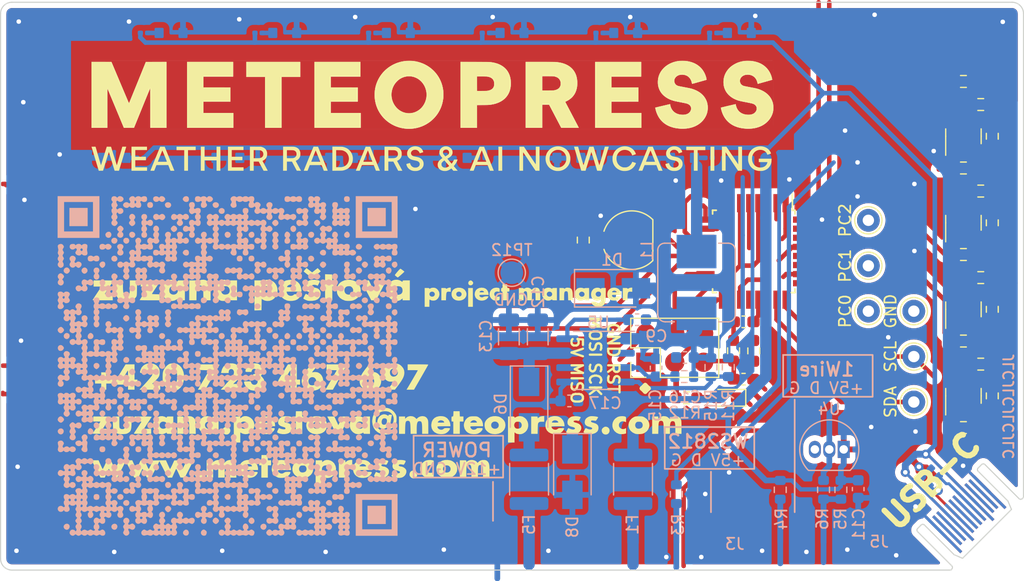
<source format=kicad_pcb>
(kicad_pcb (version 20211014) (generator pcbnew)
  (layers (0 "F.Cu" signal) (31 "B.Cu" signal) (34 "B.Paste" user) (35 "F.Paste" user) (36 "B.SilkS" user "B.Silkscreen") (37 "F.SilkS" user "F.Silkscreen") (38 "B.Mask" user) (39 "F.Mask" user) (44 "Edge.Cuts" user))
  (net 0 "")
  (net 1 "GND")
  (net 2 "Net-(D1-Pad2)")
  (net 3 "Net-(D2-Pad2)")
  (net 4 "Net-(D3-Pad2)")
  (net 5 "Net-(D4-Pad2)")
  (net 6 "Net-(D5-Pad2)")
  (net 7 "Net-(D6-Pad2)")
  (net 8 "Net-(D7-Pad2)")
  (net 9 "Net-(D8-Pad2)")
  (net 10 "Net-(D9-Pad2)")
  (net 11 "Net-(D10-Pad2)")
  (net 12 "+5V")
  (net 27 "Net-(D11-Pad2)")
  (net 28 "Net-(D12-Pad2)")
  (net 29 "Net-(J2-PadA5)")
  (net 30 "Net-(J2-PadB5)")
  (footprint "LED_SMD:LED_0603_1608Metric_Pad1.05x0.95mm_HandSolder" (layer "F.Cu") (at 163.906 134.83 180)
    (fp_text reference "D1" hide)
    (fp_text value "LED")
  )
  (footprint "Resistor_SMD:R_0603_1608Metric_Pad0.98x0.95mm_HandSolder" (layer "F.Cu") (at 151.27 120.94 90)
    (fp_text reference "R14" hide)
    (fp_text value "4k7")
  )
  (footprint "Connector_PinHeader_2.54mm:PinHeader_2x03_P2.54mm_Vertical" (layer "F.Cu") (at 156.777 131.698 90)
    (fp_text reference "J1" hide)
    (fp_text value "AVR-ISP-6")
  )
  (footprint "Package_TO_SOT_SMD:SOT-23" (layer "F.Cu") (at 184.7144 134.659 90)
    (fp_text reference "Q5" hide)
    (fp_text value "MMBT3904")
  )
  (footprint "meteopress:ZuzanaPestova" (layer "F.Cu") (at 134 133)
    (fp_text reference "G***" hide)
    (fp_text value "LOGO" hide)
  )
  (footprint "Resistor_SMD:R_0603_1608Metric_Pad0.98x0.95mm_HandSolder" (layer "F.Cu") (at 164.492 130.6855 90)
    (fp_text reference "R8" hide)
    (fp_text value "4k7")
  )
  (footprint "Package_TO_SOT_THT:TO-92_HandSolder" (layer "F.Cu") (at 155.54 122.21 90)
    (fp_text reference "U2" hide)
    (fp_text value "DS18B20")
  )
  (footprint "Resistor_SMD:R_0603_1608Metric_Pad0.98x0.95mm_HandSolder" (layer "F.Cu") (at 166.27 130.6975 -90)
    (fp_text reference "R9" hide)
    (fp_text value "10k")
  )
  (footprint "Package_TO_SOT_SMD:SOT-23" (layer "F.Cu") (at 184.7144 119.419 90)
    (fp_text reference "Q1" hide)
    (fp_text value "MMBT3904")
  )
  (footprint "meteopress:MeteopressLogo_Bare_Inv_60x6" (layer "F.Cu") (at 138 108.17)
    (fp_text reference "J3" hide)
    (fp_text value "Conn_01x01" hide)
  )
  (footprint "meteopress:TestPoint_THTPad_D2.0mm_Drill1.0mm" (layer "F.Cu") (at 176.35 123.2 -90)
    (fp_text reference "TP28" hide)
    (fp_text value "PC1")
  )
  (footprint "meteopress:TestPoint_THTPad_D2.0mm_Drill1.0mm" (layer "F.Cu") (at 180.35 135.2 -90)
    (fp_text reference "TP3" hide)
    (fp_text value "SDA")
  )
  (footprint "Resistor_SMD:R_0603_1608Metric_Pad0.98x0.95mm_HandSolder" (layer "F.Cu") (at 186.2384 109.005)
    (fp_text reference "R40" hide)
    (fp_text value "100k")
  )
  (footprint "Package_TO_SOT_SMD:SOT-23" (layer "F.Cu") (at 184.7144 127.039 90)
    (fp_text reference "Q3" hide)
    (fp_text value "MMBT3904")
  )
  (footprint "Capacitor_SMD:C_0603_1608Metric_Pad1.08x0.95mm_HandSolder" (layer "F.Cu") (at 165.381 128.14)
    (fp_text reference "C16" hide)
    (fp_text value "100n")
  )
  (footprint "meteopress:TestPoint_THTPad_D2.0mm_Drill1.0mm" (layer "F.Cu") (at 176.35 119.2 -90)
    (fp_text reference "TP29" hide)
    (fp_text value "PC2")
  )
  (footprint "Resistor_SMD:R_0603_1608Metric_Pad0.98x0.95mm_HandSolder" (layer "F.Cu") (at 186.2384 116.625 180)
    (fp_text reference "R22" hide)
    (fp_text value "10k")
  )
  (footprint "meteopress:PCB-USB-C_straight" (layer "F.Cu") (at 186.79 146.81 -135)
    (fp_text reference "J2" hide)
    (fp_text value "USB_C_Receptacle" hide)
    (fp_line (start -4.535 0) (end -4.385 0) (layer "Edge.Cuts") (width 0.1))
    (fp_line (start 4.185 0.2) (end 4.185 4.45) (layer "Edge.Cuts") (width 0.1))
    (fp_line (start 3.345 0.75) (end 3.345 4.45) (layer "Edge.Cuts") (width 0.1))
    (fp_line (start 3.545 4.65) (end 3.985 4.65) (layer "Edge.Cuts") (width 0.1))
    (fp_line (start -3.045 0) (end -3.345 0.75) (layer "Edge.Cuts") (width 0.1))
    (fp_line (start -3.345 0.75) (end -3.345 4.45) (layer "Edge.Cuts") (width 0.1))
    (fp_line (start 4.385 0) (end 4.5 0) (layer "Edge.Cuts") (width 0.1))
    (fp_line (start 3.045 0) (end 3.345 0.75) (layer "Edge.Cuts") (width 0.1))
    (fp_line (start -3.985 4.65) (end -3.545 4.65) (layer "Edge.Cuts") (width 0.1))
    (fp_line (start -3.045 0) (end 3.045 0) (layer "Edge.Cuts") (width 0.1))
    (fp_line (start -4.185 0.2) (end -4.185 4.45) (layer "Edge.Cuts") (width 0.1))
    (fp_arc (start 4.185 4.45) (mid 4.126421 4.591422) (end 3.985 4.65) (layer "Edge.Cuts") (width 0.1))
    (fp_arc (start 3.545 4.65) (mid 3.403578 4.591421) (end 3.345 4.45) (layer "Edge.Cuts") (width 0.1))
    (fp_arc (start -4.385 0) (mid -4.243579 0.058579) (end -4.185 0.2) (layer "Edge.Cuts") (width 0.1))
    (fp_arc (start -3.985 4.65) (mid -4.126421 4.591421) (end -4.185 4.45) (layer "Edge.Cuts") (width 0.1))
    (fp_arc (start 4.185 0.2) (mid 4.243578 0.058579) (end 4.385 0) (layer "Edge.Cuts") (width 0.1))
    (fp_arc (start -3.345 4.45) (mid -3.403579 4.591421) (end -3.545 4.65) (layer "Edge.Cuts") (width 0.1))
  )
  (footprint "Resistor_SMD:R_0603_1608Metric_Pad0.98x0.95mm_HandSolder" (layer "F.Cu") (at 184.7144 114.593)
    (fp_text reference "R41" hide)
    (fp_text value "47k")
  )
  (footprint "meteopress:MeteopressLogo_60x10" (layer "F.Cu") (at 138 110)
    (fp_text reference "G***" hide)
    (fp_text value "LOGO" hide)
  )
  (footprint "meteopress:TestPoint_THTPad_D2.0mm_Drill1.0mm" (layer "F.Cu") (at 180.35 131.2 -90)
    (fp_text reference "TP2" hide)
    (fp_text value "SCL")
  )
  (footprint "Resistor_SMD:R_0603_1608Metric_Pad0.98x0.95mm_HandSolder" (layer "F.Cu") (at 187.2544 127.039 90)
    (fp_text reference "R26" hide)
    (fp_text value "47k")
  )
  (footprint "Resistor_SMD:R_0603_1608Metric_Pad0.98x0.95mm_HandSolder" (layer "F.Cu") (at 187.2544 134.659 -90)
    (fp_text reference "R28" hide)
    (fp_text value "100k")
  )
  (footprint "Capacitor_SMD:C_0603_1608Metric_Pad1.08x0.95mm_HandSolder" (layer "F.Cu") (at 165.37 133.19 180)
    (fp_text reference "C14" hide)
    (fp_text value "1u")
  )
  (footprint "Resistor_SMD:R_0603_1608Metric_Pad0.98x0.95mm_HandSolder" (layer "F.Cu") (at 160.35 134.83 180)
    (fp_text reference "R11" hide)
    (fp_text value "4k7")
  )
  (footprint "Resistor_SMD:R_0603_1608Metric_Pad0.98x0.95mm_HandSolder" (layer "F.Cu") (at 187.2544 119.419 -90)
    (fp_text reference "R20" hide)
    (fp_text value "100k")
  )
  (footprint "meteopress:TestPoint_THTPad_D2.0mm_Drill1.0mm" (layer "F.Cu") (at 180.35 127.2 -90)
    (fp_text reference "TP14" hide)
    (fp_text value "GND")
  )
  (footprint "meteopress:TestPoint_THTPad_D2.0mm_Drill1.0mm" (layer "F.Cu") (at 176.35 127.2 -90)
    (fp_text reference "TP27" hide)
    (fp_text value "PC0")
  )
  (footprint "Resistor_SMD:R_0603_1608Metric_Pad0.98x0.95mm_HandSolder" (layer "F.Cu") (at 184.7144 122.213)
    (fp_text reference "R21" hide)
    (fp_text value "47k")
  )
  (footprint "Resistor_SMD:R_0603_1608Metric_Pad0.98x0.95mm_HandSolder" (layer "F.Cu") (at 186.2384 131.865 180)
    (fp_text reference "R30" hide)
    (fp_text value "10k")
  )
  (footprint "Resistor_SMD:R_0603_1608Metric_Pad0.98x0.95mm_HandSolder" (layer "F.Cu") (at 187.2544 111.799 90)
    (fp_text reference "R42" hide)
    (fp_text value "47k")
  )
  (footprint "Resistor_SMD:R_0603_1608Metric_Pad0.98x0.95mm_HandSolder" (layer "F.Cu") (at 184.7144 129.833)
    (fp_text reference "R25" hide)
    (fp_text value "47k")
  )
  (footprint "Package_QFP:TQFP-32_7x7mm_P0.8mm" (layer "F.Cu") (at 166.27 121.94 -90)
    (fp_text reference "U1" hide)
    (fp_text value "ATmega328P-AU")
  )
  (footprint "Resistor_SMD:R_0603_1608Metric_Pad0.98x0.95mm_HandSolder" (layer "F.Cu") (at 186.2384 124.245)
    (fp_text reference "R24" hide)
    (fp_text value "100k")
  )
  (footprint "Package_TO_SOT_SMD:SOT-23" (layer "F.Cu") (at 184.7144 111.799 90)
    (fp_text reference "Q11" hide)
    (fp_text value "MMBT3904")
  )
  (footprint "Resistor_SMD:R_0603_1608Metric_Pad0.98x0.95mm_HandSolder" (layer "F.Cu") (at 184.7144 137.453)
    (fp_text reference "R29" hide)
    (fp_text value "47k")
  )
  (footprint "Resistor_SMD:R_0603_1608Metric_Pad0.98x0.95mm_HandSolder" (layer "F.Cu") (at 184.7144 106.973)
    (fp_text reference "R37" hide)
    (fp_text value "47k")
  )
  (footprint "meteopress:R_0201_woSilk" (layer "B.Cu") (at 132.7 102.7 180)
    (fp_text reference "R10" hide)
    (fp_text value "330")
  )
  (footprint "Resistor_SMD:R_0603_1608Metric" (layer "B.Cu") (at 168.598 142.9315 -90)
    (fp_text reference "R4")
    (fp_text value "150R")
  )
  (footprint "meteopress:R_0201_woSilk" (layer "B.Cu") (at 152.3 113.7)
    (fp_text reference "R5" hide)
    (fp_text value "330")
  )
  (footprint "meteopress:R_0201_woSilk" (layer "B.Cu") (at 122.3 113.7)
    (fp_text reference "R2" hide)
    (fp_text value "330")
  )
  (footprint "meteopress:D_0802_side_woSilk" (layer "B.Cu") (at 140 113.7)
    (fp_text reference "D4" hide)
    (fp_text value "LED")
  )
  (footprint "meteopress:R_0201_woSilk" (layer "B.Cu") (at 142.3 113.7)
    (fp_text reference "R4" hide)
    (fp_text value "330")
  )
  (footprint "Capacitor_SMD:C_0603_1608Metric" (layer "B.Cu") (at 160.216 131.2815)
    (fp_text reference "C16")
    (fp_text value "22n")
  )
  (footprint "meteopress:D_0802_side_woSilk" (layer "B.Cu") (at 160 113.7)
    (fp_text reference "D6" hide)
    (fp_text value "LED")
  )
  (footprint "meteopress:D_0802_side_woSilk" (layer "B.Cu") (at 120 113.7)
    (fp_text reference "D2" hide)
    (fp_text value "LED")
  )
  (footprint "Capacitor_SMD:C_1206_3216Metric" (layer "B.Cu") (at 144.722 129.4545 90)
    (fp_text reference "C13")
    (fp_text value "4u7/50V")
  )
  (footprint "meteopress:D_0402_woSilk" (layer "B.Cu") (at 181.4 142.2 -45)
    (fp_text reference "R43" hide)
    (fp_text value "5k1")
  )
  (footprint "meteopress:R_0201_woSilk" (layer "B.Cu") (at 162.3 113.7)
    (fp_text reference "R6" hide)
    (fp_text value "330")
  )
  (footprint "Package_TO_SOT_THT:TO-92_Inline" (layer "B.Cu") (at 174.182445 139.374398 180)
    (fp_text reference "U4")
    (fp_text value "DS18B20")
  )
  (footprint "Resistor_SMD:R_0603_1608Metric" (layer "B.Cu") (at 172.408 142.9305 90)
    (fp_text reference "R6")
    (fp_text value "330R")
  )
  (footprint "meteopress:R_0201_woSilk" (layer "B.Cu") (at 122.7 102.7 180)
    (fp_text reference "R11" hide)
    (fp_text value "330")
  )
  (footprint "Capacitor_SMD:C_1206_3216Metric" (layer "B.Cu") (at 147.262 129.4545 90)
    (fp_text reference "C12")
    (fp_text value "4u7/50V")
  )
  (footprint "Diode_SMD:D_SMA" (layer "B.Cu") (at 146.5 135.428 -90)
    (fp_text reference "D6")
    (fp_text value "D_Schottky")
  )
  (footprint "Resistor_SMD:R_0603_1608Metric" (layer "B.Cu") (at 160.153 132.9615 180)
    (fp_text reference "R12")
    (fp_text value "100R")
  )
  (footprint "meteopress:R_0201_woSilk" (layer "B.Cu") (at 132.3 113.7)
    (fp_text reference "R3" hide)
    (fp_text value "330")
  )
  (footprint "meteopress:D_0802_side_woSilk" (layer "B.Cu") (at 110 113.7)
    (fp_text reference "D1" hide)
    (fp_text value "LED")
  )
  (footprint "Diode_SMD:D_SMA" (layer "B.Cu") (at 153.898 125.1855)
    (fp_text reference "D1")
    (fp_text value "SS14")
  )
  (footprint "meteopress:vCard_ZuzanaPestova_30" (layer "B.Cu") (at 120 132 180)
    (fp_text reference "G***" hide)
    (fp_text value "LOGO" hide)
  )
  (footprint "meteopress:D_0802_side_woSilk" (layer "B.Cu") (at 125 102.7 180)
    (fp_text reference "D11" hide)
    (fp_text value "LED")
  )
  (footprint "Capacitor_SMD:C_0603_1608Metric" (layer "B.Cu") (at 156.012 127.9535 180)
    (fp_text reference "C9")
    (fp_text value "100n")
  )
  (footprint "meteopress:D_0802_side_woSilk" (layer "B.Cu") (at 145 102.7 180)
    (fp_text reference "D9" hide)
    (fp_text value "LED")
  )
  (footprint "Fuse:Fuse_1812_4532Metric" (layer "B.Cu") (at 146.5 142 90)
    (fp_text reference "F5")
    (fp_text value "1A")
  )
  (footprint "meteopress:D_0802_side_woSilk" (layer "B.Cu") (at 165 102.7 180)
    (fp_text reference "D7" hide)
    (fp_text value "LED")
  )
  (footprint "TestPoint:TestPoint_THTPad_D2.0mm_Drill1.0mm" (layer "B.Cu") (at 144.976 123.8175 180)
    (fp_text reference "TP12")
    (fp_text value "GND")
  )
  (footprint "meteopress:D_0802_side_woSilk" (layer "B.Cu") (at 155 102.7 180)
    (fp_text reference "D8" hide)
    (fp_text value "LED")
  )
  (footprint "meteopress:D_0802_side_woSilk" (layer "B.Cu") (at 150 113.7)
    (fp_text reference "D5" hide)
    (fp_text value "LED")
  )
  (footprint "Resistor_SMD:R_0603_1608Metric" (layer "B.Cu") (at 164.026 132.1365 -90)
    (fp_text reference "R11")
    (fp_text value "10k")
  )
  (footprint "meteopress:R_0201_woSilk" (layer "B.Cu") (at 142.7 102.7 180)
    (fp_text reference "R9" hide)
    (fp_text value "330")
  )
  (footprint "meteopress:R_0201_woSilk" (layer "B.Cu") (at 112.62 102.7 180)
    (fp_text reference "R12" hide)
    (fp_text value "330")
  )
  (footprint "meteopress:R_0201_woSilk" (layer "B.Cu") (at 152.7 102.7 180)
    (fp_text reference "R8" hide)
    (fp_text value "330")
  )
  (footprint "Inductor_SMD:L_Bourns_SRP7028A_7.3x6.6mm" (layer "B.Cu") (at 161.232 124.6775 90)
    (fp_text reference "L1")
    (fp_text value "47u")
  )
  (footprint "Capacitor_SMD:C_0603_1608Metric" (layer "B.Cu") (at 157.676 132.1865 90)
    (fp_text reference "C15")
    (fp_text value "8.2n")
  )
  (footprint "Fuse:Fuse_1812_4532Metric" (layer "B.Cu") (at 155.644 142 -90)
    (fp_text reference "F1")
    (fp_text value "0.5A")
  )
  (footprint "Resistor_SMD:R_0603_1608Metric" (layer "B.Cu") (at 159.454 143.3125 -90)
    (fp_text reference "R3")
    (fp_text value "330R")
  )
  (footprint "meteopress:D_0802_side_woSilk" (layer "B.Cu") (at 130 113.7)
    (fp_text reference "D3" hide)
    (fp_text value "LED")
  )
  (footprint "meteopress:D_0802_side_woSilk" (layer "B.Cu") (at 135 102.7 180)
    (fp_text reference "D10" hide)
    (fp_text value "LED")
  )
  (footprint "Diode_SMD:D_SMA" (layer "B.Cu") (at 150.31 141.3755 -90)
    (fp_text reference "D8")
    (fp_text value "TVS")
  )
  (footprint "meteopress:D_0402_woSilk" (layer "B.Cu") (at 182.2 141.4 -45)
    (fp_text reference "R42" hide)
    (fp_text value "5k1")
  )
  (footprint "meteopress:R_0201_woSilk" (layer "B.Cu") (at 112.3 113.7)
    (fp_text reference "R1" hide)
    (fp_text value "330")
  )
  (footprint "Resistor_SMD:R_0603_1608Metric" (layer "B.Cu") (at 173.932 142.9315 -90)
    (fp_text reference "R5")
    (fp_text value "22k")
  )
  (footprint "Capacitor_SMD:C_0603_1608Metric" (layer "B.Cu") (at 175.456 142.8675 -90)
    (fp_text reference "C11")
    (fp_text value "100n")
  )
  (footprint "meteopress:R_0201_woSilk" (layer "B.Cu") (at 162.7 102.7 180)
    (fp_text reference "R7" hide)
    (fp_text value "330")
  )
  (footprint "meteopress:D_0802_side_woSilk" (layer "B.Cu") (at 115 102.7 180)
    (fp_text reference "D12" hide)
    (fp_text value "LED")
  )
  (footprint "Capacitor_SMD:C_0603_1608Metric" (layer "B.Cu") (at 150.043 135.1045 180)
    (fp_text reference "C17")
    (fp_text value "8.2n")
  )
  (footprint "Resistor_SMD:R_0603_1608Metric" (layer "B.Cu") (at 162.502 132.1365 90)
    (fp_text reference "R15")
    (fp_text value "1k8")
  )
  (footprint "Package_SO:SOIC-8_3.9x4.9mm_P1.27mm" (layer "B.Cu") (at 152.342 131.5355 180)
    (fp_text reference "U5")
    (fp_text value "TPS54331")
  )
  (gr_rect (start 168.852 131.0565) (end 176.726 134.7395) (layer "B.SilkS") (width 0.15) (fill none))
  (gr_line (start 169.868 134.9935) (end 169.868 144.8995) (layer "B.SilkS") (width 0.15))
  (gr_rect (start 158.438 137.4065) (end 166.312 141.0895) (layer "B.SilkS") (width 0.15) (fill none))
  (gr_line (start 162.502 141.3435) (end 162.502 144.8995) (layer "B.SilkS") (width 0.15))
  (gr_rect (start 136.34 138.1685) (end 144.214 141.8515) (layer "B.SilkS") (width 0.15) (fill none))
  (gr_line (start 143.325 142.2325) (end 143.325 145.6615) (layer "B.SilkS") (width 0.15))
  (gr_line (start 188.999999 100.000001) (end 101 100.000001) (layer "Edge.Cuts") (width 0.1))
  (gr_arc (start 188.999999 100.000001) (mid 189.707106 100.292894) (end 189.999999 101.000001) (layer "Edge.Cuts") (width 0.1))
  (gr_line (start 101.000001 149.999999) (end 183.608019 149.999999) (layer "Edge.Cuts") (width 0.1))
  (gr_arc (start 100 101) (mid 100.292893 100.292893) (end 101 100) (layer "Edge.Cuts") (width 0.1))
  (gr_arc (start 101.000001 149.999999) (mid 100.292894 149.707106) (end 100.000001 148.999999) (layer "Edge.Cuts") (width 0.1))
  (gr_line (start 183.608019 149.999999) (end 183.608019 149.991981) (layer "Edge.Cuts") (width 0.1))
  (gr_line (start 189.999999 143.603271) (end 189.996729 143.603271) (layer "Edge.Cuts") (width 0.1))
  (gr_line (start 100 101) (end 100 148.999999) (layer "Edge.Cuts") (width 0.1))
  (gr_line (start 189.999999 101.000001) (end 189.999999 143.603271) (layer "Edge.Cuts") (width 0.1))
  (gr_text "+12V GND" (at 140.15 141.0895) (layer "B.SilkS") (effects (font (size 1 1)) (justify mirror)))
  (gr_text "+5V D G" (at 172.662 133.9775) (layer "B.SilkS") (effects (font (size 1 1)) (justify mirror)))
  (gr_text "WS2812" (at 162.248 138.6765) (layer "B.SilkS") (effects (font (size 1.2 1.2) (thickness 0.2)) (justify mirror)))
  (gr_text "JLCJLCJLCJLC" (at 188.7 135.6 90) (layer "B.SilkS") (effects (font (size 0.9 0.9) (thickness 0.16)) (justify mirror)))
  (gr_text "J5" (at 177.3 147.5) (layer "B.SilkS") (effects (font (size 1 1)) (justify mirror)))
  (gr_text "J3" (at 164.6 147.7) (layer "B.SilkS") (effects (font (size 1 1)) (justify mirror)))
  (gr_text "GND" (at 144.9 126.2) (layer "B.SilkS") (effects (font (size 1 1)) (justify mirror)))
  (gr_text "POWER" (at 140.15 139.4385) (layer "B.SilkS") (effects (font (size 1.2 1.2) (thickness 0.2)) (justify mirror)))
  (gr_text "1Wire" (at 172.662 132.3265) (layer "B.SilkS") (effects (font (size 1.2 1.2) (thickness 0.2)) (justify mirror)))
  (gr_text "+5V D G" (at 162.248 140.3275) (layer "B.SilkS") (effects (font (size 1 1)) (justify mirror)))
  (gr_text "RST\nSCK\nMISO" (at 152.3 131.6 270) (layer "F.SilkS") (effects (font (size 1 1) (thickness 0.2)) (justify left)))
  (gr_text "." (at 159.188 134 270) (layer "F.SilkS") (effects (font (size 6 6) (thickness 0.4))))
  (gr_text "GND\nMOSI\n5V" (at 152.3 131.4 270) (layer "F.SilkS") (effects (font (size 1 1) (thickness 0.2)) (justify right)))
  (gr_text "USB-C" (at 181.9 142.163768 45) (layer "F.SilkS") (effects (font (size 2 2) (thickness 0.5))))
  (segment (start 159.4375 134.83) (end 159.4375 131.8185) (width 0.4) (layer "F.Cu") (net 0))
  (segment (start 187.6449 109.499) (end 187.1509 109.005) (width 0.4) (layer "F.Cu") (net 0))
  (segment (start 173.975 135.2) (end 180.35 135.2) (width 0.4) (layer "F.Cu") (net 0))
  (segment (start 168.27 127.94) (end 170.77 130.44) (width 0.4) (layer "F.Cu") (net 0))
  (segment (start 183.0644 129.0955) (end 183.0644 126.2322) (width 0.4) (layer "F.Cu") (net 0))
  (segment (start 162.02 119.94) (end 163.05 119.94) (width 0.4) (layer "F.Cu") (net 0))
  (segment (start 154.213 126.725) (end 155.059 125.879) (width 0.4) (layer "F.Cu") (net 0))
  (segment (start 183.7704 112.7365) (end 185.6269 114.593) (width 0.4) (layer "F.Cu") (net 0))
  (segment (start 187.6449 109.499) (end 189.1182 109.499) (width 0.4) (layer "F.Cu") (net 0))
  (segment (start 169.67 121.54) (end 168.47 122.74) (width 0.4) (layer "F.Cu") (net 0))
  (segment (start 183.8019 106.973) (end 183.102 106.973) (width 0.4) (layer "F.Cu") (net 0))
  (segment (start 172.12 123.14) (end 170.52 123.14) (width 0.4) (layer "F.Cu") (net 0))
  (segment (start 100.4 116) (end 100.5 116.1) (width 0.4) (layer "F.Cu") (net 0))
  (segment (start 163.05 119.94) (end 163.72 119.27) (width 0.4) (layer "F.Cu") (net 0))
  (segment (start 166.27 131.61) (end 164.504 131.61) (width 0.4) (layer "F.Cu") (net 0))
  (segment (start 185.6644 126.343) (end 185.9844 126.023) (width 0.6) (layer "F.Cu") (net 0))
  (segment (start 187.6449 124.739) (end 187.1509 124.245) (width 0.4) (layer "F.Cu") (net 0))
  (segment (start 187.6449 132.359) (end 189.0582 132.359) (width 0.4) (layer "F.Cu") (net 0))
  (segment (start 100.2 134.5) (end 109 134.5) (width 0.4) (layer "F.Cu") (net 0))
  (segment (start 109 134.5) (end 114.775 128.725) (width 0.4) (layer "F.Cu") (net 0))
  (segment (start 167.47 120.0225) (end 167.4695 120.023) (width 0.4) (layer "F.Cu") (net 0))
  (segment (start 173.5375 134.7625) (end 173.975 135.2) (width 0.4) (layer "F.Cu") (net 0))
  (segment (start 153.991 128.725) (end 154.513 128.203) (width 0.4) (layer "F.Cu") (net 0))
  (segment (start 167.47 117.69) (end 167.47 120.0225) (width 0.4) (layer "F.Cu") (net 0))
  (segment (start 167.4695 120.69) (end 167.4695 121.6295) (width 0.4) (layer "F.Cu") (net 0))
  (segment (start 183.7644 127.9765) (end 183.7704 127.9765) (width 0.4) (layer "F.Cu") (net 0))
  (segment (start 173.21 118.81) (end 172.65 118.25) (width 0.4) (layer "F.Cu") (net 0))
  (segment (start 114.775 128.725) (end 153.991 128.725) (width 0.4) (layer "F.Cu") (net 0))
  (segment (start 170.52 123.94) (end 169.11 123.94) (width 0.4) (layer "F.Cu") (net 0))
  (segment (start 174.01 118.52) (end 174.01 119.78) (width 0.4) (layer "F.Cu") (net 0))
  (segment (start 187.7764 136.959) (end 187.2544 136.437) (width 0.4) (layer "F.Cu") (net 0))
  (segment (start 165.755 124.43) (end 167.43 124.43) (width 0.4) (layer "F.Cu") (net 0))
  (segment (start 187.7764 136.959) (end 189.0582 136.959) (width 0.4) (layer "F.Cu") (net 0))
  (segment (start 185.6644 111.103) (end 185.9844 110.783) (width 0.6) (layer "F.Cu") (net 0))
  (segment (start 172.85 123.87) (end 172.12 123.14) (width 0.4) (layer "F.Cu") (net 0))
  (segment (start 107.8 132) (end 113.075 126.725) (width 0.4) (layer "F.Cu") (net 0))
  (segment (start 187.6449 132.359) (end 187.1509 131.865) (width 0.4) (layer "F.Cu") (net 0))
  (segment (start 187.6449 124.739) (end 189.2782 124.739) (width 0.4) (layer "F.Cu") (net 0))
  (segment (start 183.079472 122.213) (end 183.8019 122.213) (width 0.4) (layer "F.Cu") (net 0))
  (segment (start 187.2544 113.577) (end 187.2544 112.7115) (width 0.4) (layer "F.Cu") (net 0))
  (segment (start 170.52 121.54) (end 169.67 121.54) (width 0.4) (layer "F.Cu") (net 0))
  (segment (start 151.1975 120.1) (end 151.27 120.0275) (width 0.4) (layer "F.Cu") (net 0))
  (segment (start 163.031 134.83) (end 161.2625 134.83) (width 0.5) (layer "F.Cu") (net 0))
  (segment (start 164.781 134.83) (end 165.36 134.83) (width 0.4) (layer "F.Cu") (net 0))
  (segment (start 184.7144 117.2365) (end 185.3259 116.625) (width 0.4) (layer "F.Cu") (net 0))
  (segment (start 167.345 127.896793) (end 167.47 127.771793) (width 0.4) (layer "F.Cu") (net 0))
  (segment (start 100.2 116) (end 100.4 116) (width 0.4) (layer "F.Cu") (net 0))
  (segment (start 100.2 134.4) (end 100.2 134.5) (width 0.4) (layer "F.Cu") (net 0))
  (segment (start 100.2 132) (end 107.8 132) (width 0.4) (layer "F.Cu") (net 0))
  (segment (start 185.6644 120.3565) (end 185.6644 118.723) (width 0.6) (layer "F.Cu") (net 0))
  (segment (start 100.5 116.1) (end 125.8 116.1) (width 0.4) (layer "F.Cu") (net 0))
  (segment (start 183.102 106.973) (end 182.35 107.725) (width 0.4) (layer "F.Cu") (net 0))
  (segment (start 129.8 120.1) (end 151.1975 120.1) (width 0.4) (layer "F.Cu") (net 0))
  (segment (start 165.165 137.725) (end 160.097 142.793) (width 0.4) (layer "F.Cu") (net 0))
  (segment (start 160.097 146.913) (end 160.097 142.793) (width 0.4) (layer "F.Cu") (net 0))
  (segment (start 160.385 123.94) (end 162.02 123.94) (width 0.4) (layer "F.Cu") (net 0))
  (segment (start 172.15 118.25) (end 171.97 118.07) (width 0.4) (layer "F.Cu") (net 0))
  (segment (start 183.8019 129.833) (end 183.0644 129.0955) (width 0.4) (layer "F.Cu") (net 0))
  (segment (start 173.05 120.74) (end 170.52 120.74) (width 0.4) (layer "F.Cu") (net 0))
  (segment (start 183.7644 112.7365) (end 183.7704 112.7365) (width 0.4) (layer "F.Cu") (net 0))
  (segment (start 172.85 134.075) (end 173.5375 134.7625) (width 0.4) (layer "F.Cu") (net 0))
  (segment (start 187.7764 114.099) (end 189.1382 114.099) (width 0.4) (layer "F.Cu") (net 0))
  (segment (start 169.07 126.84) (end 170.77 128.54) (width 0.4) (layer "F.Cu") (net 0))
  (segment (start 163.057233 126.19) (end 163.47 126.19) (width 0.4) (layer "F.Cu") (net 0))
  (segment (start 187.2544 109.8895) (end 187.6449 109.499) (width 0.4) (layer "F.Cu") (net 0))
  (segment (start 171.97 118.07) (end 171.97 100) (width 0.4) (layer "F.Cu") (net 0))
  (segment (start 158.928 120.94) (end 159.528 121.54) (width 0.4) (layer "F.Cu") (net 0))
  (segment (start 187.2544 136.437) (end 187.2544 135.5715) (width 0.4) (layer "F.Cu") (net 0))
  (segment (start 187.2544 110.8865) (end 187.2544 109.8895) (width 0.4) (layer "F.Cu") (net 0))
  (segment (start 169.15 137.725) (end 165.165 137.725) (width 0.4) (layer "F.Cu") (net 0))
  (segment (start 183.9 137.5511) (end 183.8019 137.453) (width 0.4) (layer "F.Cu") (net 0))
  (segment (start 166.67 126.19) (end 166.67 127.6095) (width 0.4) (layer "F.Cu") (net 0))
  (segment (start 164.492 131.598) (end 161.957 131.598) (width 0.4) (layer "F.Cu") (net 0))
  (segment (start 187.2544 132.7495) (end 187.6449 132.359) (width 0.4) (layer "F.Cu") (net 0))
  (segment (start 171.595 119.94) (end 171.625 119.97) (width 0.4) (layer "F.Cu") (net 0))
  (segment (start 159.576 123.14) (end 154.513 128.203) (width 0.4) (layer "F.Cu") (net 0))
  (segment (start 167.47 127.771793) (end 167.47 126.19) (width 0.4) (layer "F.Cu") (net 0))
  (segment (start 159.528 121.54) (end 162.02 121.54) (width 0.4) (layer "F.Cu") (net 0))
  (segment (start 183.6699 114.725) (end 183.8019 114.593) (width 0.4) (layer "F.Cu") (net 0))
  (segment (start 170.52 126.29) (end 170.77 126.54) (width 0.4) (layer "F.Cu") (net 0))
  (segment (start 125.8 116.1) (end 129.8 120.1) (width 0.4) (layer "F.Cu") (net 0))
  (segment (start 161.302 126.023) (end 162.02 125.305) (width 0.4) (layer "F.Cu") (net 0))
  (segment (start 165.07 126.19) (end 165.07 125.115) (width 0.4) (layer "F.Cu") (net 0))
  (segment (start 162.02 122.34) (end 158.598 122.34) (width 0.4) (layer "F.Cu") (net 0))
  (segment (start 184.7144 110.8615) (end 184.7144 109.6165) (width 0.4) (layer "F.Cu") (net 0))
  (segment (start 159.317 131.698) (end 160.567 130.448) (width 0.4) (layer "F.Cu") (net 0))
  (segment (start 171.625 119.97) (end 172.75 119.97) (width 0.4) (layer "F.Cu") (net 0))
  (segment (start 172.75 119.97) (end 173.21 119.51) (width 0.4) (layer "F.Cu") (net 0))
  (segment (start 156.777 129.158) (end 154.47 131.465) (width 0.4) (layer "F.Cu") (net 0))
  (segment (start 187.7764 121.719) (end 189.2582 121.719) (width 0.4) (layer "F.Cu") (net 0))
  (segment (start 172.85 133.125) (end 172.85 132.45) (width 0.4) (layer "F.Cu") (net 0))
  (segment (start 187.2544 126.1265) (end 187.2544 125.1295) (width 0.4) (layer "F.Cu") (net 0))
  (segment (start 161.957 131.598) (end 161.857 131.698) (width 0.4) (layer "F.Cu") (net 0))
  (segment (start 184.7144 126.1015) (end 184.7144 124.8565) (width 0.4) (layer "F.Cu") (net 0))
  (segment (start 154.27 120.94) (end 152.1825 120.94) (width 0.4) (layer "F.Cu") (net 0))
  (segment (start 158.598 122.34) (end 155.059 125.879) (width 0.4) (layer "F.Cu") (net 0))
  (segment (start 168.27 126.19) (end 168.27 127.94) (width 0.4) (layer "F.Cu") (net 0))
  (segment (start 184.7144 109.6165) (end 185.3259 109.005) (width 0.4) (layer "F.Cu") (net 0))
  (segment (start 167.4695 121.6295) (end 167.48 121.64) (width 0.4) (layer "F.Cu") (net 0))
  (segment (start 172.85 132.45) (end 172.85 134.075) (width 0.4) (layer "F.Cu") (net 0))
  (segment (start 187.7764 129.339) (end 187.2544 128.817) (width 0.4) (layer "F.Cu") (net 0))
  (segment (start 154.27 120.94) (end 158.928 120.94) (width 0.4) (layer "F.Cu") (net 0))
  (segment (start 172.85 134.025) (end 169.15 137.725) (width 0.4) (layer "F.Cu") (net 0))
  (segment (start 187.7764 129.339) (end 189.1782 129.339) (width 0.4) (layer "F.Cu") (net 0))
  (segment (start 174.01 119.78) (end 173.05 120.74) (width 0.4) (layer "F.Cu") (net 0))
  (segment (start 160.567 130.448) (end 160.567 128.680233) (width 0.4) (layer "F.Cu") (net 0))
  (segment (start 113.075 126.725) (end 154.213 126.725) (width 0.4) (layer "F.Cu") (net 0))
  (segment (start 187.2544 121.197) (end 187.2544 120.3315) (width 0.4) (layer "F.Cu") (net 0))
  (segment (start 152.1825 120.94) (end 151.27 121.8525) (width 0.4) (layer "F.Cu") (net 0))
  (segment (start 187.2544 117.5095) (end 187.6449 117.119) (width 0.4) (layer "F.Cu") (net 0))
  (segment (start 162.02 125.305) (end 162.02 124.74) (width 0.4) (layer "F.Cu") (net 0))
  (segment (start 183.7704 120.3565) (end 185.6269 122.213) (width 0.4) (layer "F.Cu") (net 0))
  (segment (start 185.6644 112.7365) (end 185.6644 111.103) (width 0.6) (layer "F.Cu") (net 0))
  (segment (start 187.2544 118.5065) (end 187.2544 117.5095) (width 0.4) (layer "F.Cu") (net 0))
  (segment (start 159.317 129.158) (end 159.317 125.008) (width 0.4) (layer "F.Cu") (net 0))
  (segment (start 187.6449 117.119) (end 189.1982 117.119) (width 0.4) (layer "F.Cu") (net 0))
  (segment (start 183.7704 127.9765) (end 185.6269 129.833) (width 0.4) (layer "F.Cu") (net 0))
  (segment (start 165.07 125.115) (end 165.755 124.43) (width 0.4) (layer "F.Cu") (net 0))
  (segment (start 170.52 124.74) (end 170.52 126.29) (width 0.4) (layer "F.Cu") (net 0))
  (segment (start 172.91 100) (end 172.91 117.42) (width 0.4) (layer "F.Cu") (net 0))
  (segment (start 165.36 134.83) (end 165.97 135.44) (width 0.4) (layer "F.Cu") (net 0))
  (segment (start 183.0644 126.2322) (end 180.6 123.7678) (width 0.4) (layer "F.Cu") (net 0))
  (segment (start 183.9 138.825) (end 183.9 137.5511) (width 0.4) (layer "F.Cu") (net 0))
  (segment (start 164.5075 131.6135) (end 164.492 131.598) (width 0.4) (layer "F.Cu") (net 0))
  (segment (start 173.21 119.51) (end 173.21 118.81) (width 0.4) (layer "F.Cu") (net 0))
  (segment (start 159.317 125.008) (end 160.385 123.94) (width 0.4) (layer "F.Cu") (net 0))
  (segment (start 184.7144 133.7215) (end 184.7144 132.4765) (width 0.4) (layer "F.Cu") (net 0))
  (segment (start 167.39491 127.946703) (end 167.345 127.896793) (width 0.4) (layer "F.Cu") (net 0))
  (segment (start 159.4375 131.8185) (end 159.317 131.698) (width 0.4) (layer "F.Cu") (net 0))
  (segment (start 170.52 119.94) (end 171.595 119.94) (width 0.4) (layer "F.Cu") (net 0))
  (segment (start 167.4695 120.023) (end 167.4695 120.69) (width 0.4) (layer "F.Cu") (net 0))
  (segment (start 187.2544 125.1295) (end 187.6449 124.739) (width 0.4) (layer "F.Cu") (net 0))
  (segment (start 185.6644 135.5965) (end 185.6644 133.963) (width 0.6) (layer "F.Cu") (net 0))
  (segment (start 184.7144 132.4765) (end 185.3259 131.865) (width 0.4) (layer "F.Cu") (net 0))
  (segment (start 172.85 134.075) (end 172.85 133.125) (width 0.4) (layer "F.Cu") (net 0))
  (segment (start 182.55 114.725) (end 183.6699 114.725) (width 0.4) (layer "F.Cu") (net 0))
  (segment (start 183.7704 135.5965) (end 185.6269 137.453) (width 0.4) (layer "F.Cu") (net 0))
  (segment (start 185.6644 127.9765) (end 185.6644 126.343) (width 0.6) (layer "F.Cu") (net 0))
  (segment (start 187.7764 121.719) (end 187.2544 121.197) (width 0.4) (layer "F.Cu") (net 0))
  (segment (start 172.85 133.125) (end 172.85 134.025) (width 0.4) (layer "F.Cu") (net 0))
  (segment (start 160.567 128.680233) (end 163.057233 126.19) (width 0.4) (layer "F.Cu") (net 0))
  (segment (start 160.097 146.913) (end 160.097 149.639) (width 0.4) (layer "F.Cu") (net 0))
  (segment (start 164.5075 133.19) (end 164.5075 131.6135) (width 0.4) (layer "F.Cu") (net 0))
  (segment (start 172.91 117.42) (end 174.01 118.52) (width 0.4) (layer "F.Cu") (net 0))
  (segment (start 180.700736 119.834264) (end 183.079472 122.213) (width 0.4) (layer "F.Cu") (net 0))
  (segment (start 172.65 118.25) (end 172.15 118.25) (width 0.4) (layer "F.Cu") (net 0))
  (segment (start 183.7644 120.3565) (end 183.7704 120.3565) (width 0.4) (layer "F.Cu") (net 0))
  (segment (start 166.67 127.6095) (end 166.2435 128.036) (width 0.4) (layer "F.Cu") (net 0))
  (segment (start 184.7144 124.8565) (end 185.3259 124.245) (width 0.4) (layer "F.Cu") (net 0))
  (segment (start 164.504 131.61) (end 164.492 131.598) (width 0.4) (layer "F.Cu") (net 0))
  (segment (start 187.6449 117.119) (end 187.1509 116.625) (width 0.4) (layer "F.Cu") (net 0))
  (segment (start 187.7764 114.099) (end 187.2544 113.577) (width 0.4) (layer "F.Cu") (net 0))
  (segment (start 187.2544 128.817) (end 187.2544 127.9515) (width 0.4) (layer "F.Cu") (net 0))
  (segment (start 162.02 119.94) (end 163.07 119.94) (width 0.4) (layer "F.Cu") (net 0))
  (segment (start 159.4375 134.83) (end 159.4375 132.2185) (width 0.5) (layer "F.Cu") (net 0))
  (segment (start 184.7144 118.4815) (end 184.7144 117.2365) (width 0.4) (layer "F.Cu") (net 0))
  (segment (start 169.07 126.19) (end 169.07 126.84) (width 0.4) (layer "F.Cu") (net 0))
  (segment (start 187.2544 133.7465) (end 187.2544 132.7495) (width 0.4) (layer "F.Cu") (net 0))
  (segment (start 162.02 123.14) (end 159.576 123.14) (width 0.4) (layer "F.Cu") (net 0))
  (segment (start 172.85 132.45) (end 172.85 123.87) (width 0.4) (layer "F.Cu") (net 0))
  (segment (start 185.6644 133.963) (end 185.9844 133.643) (width 0.6) (layer "F.Cu") (net 0))
  (segment (start 169.11 123.94) (end 168.87 124.18) (width 0.4) (layer "F.Cu") (net 0))
  (segment (start 185.6644 118.723) (end 185.9844 118.403) (width 0.6) (layer "F.Cu") (net 0))
  (segment (start 183.7644 135.5965) (end 183.7704 135.5965) (width 0.4) (layer "F.Cu") (net 0))
  (segment (start 172.408 141.3435) (end 172.916 140.8355) (width 0.5) (layer "B.Cu") (net 0))
  (segment (start 172.408 147.555) (end 172.408 143.7555) (width 0.5) (layer "B.Cu") (net 0))
  (segment (start 164.026 132.9615) (end 162.502 132.9615) (width 0.375) (layer "B.Cu") (net 0))
  (segment (start 172.916 140.8355) (end 172.916 139.2905) (width 0.5) (layer "B.Cu") (net 0))
  (segment (start 173.932 143.7565) (end 172.409 143.7565) (width 0.5) (layer "B.Cu") (net 0))
  (segment (start 156.123 132.1705) (end 156.914 132.9615) (width 0.375) (layer "B.Cu") (net 0))
  (segment (start 161.994 133.9775) (end 162.502 133.4695) (width 0.375) (layer "B.Cu") (net 0))
  (segment (start 155.644 144.1375) (end 155.644 149.499999) (width 1) (layer "B.Cu") (net 0))
  (segment (start 149.867 129.6305) (end 149.867 128.5785) (width 0.375) (layer "B.Cu") (net 0))
  (segment (start 156.123 133.4405) (end 156.66 133.9775) (width 0.375) (layer "B.Cu") (net 0))
  (segment (start 169.36 133.9775) (end 165.296 138.0415) (width 0.375) (layer "B.Cu") (net 0))
  (segment (start 172.409 143.7565) (end 172.408 143.7555) (width 0.5) (layer "B.Cu") (net 0))
  (segment (start 155.644 147.5665) (end 155.644 144.1375) (width 1) (layer "B.Cu") (net 0))
  (segment (start 173.5175 135.595) (end 172.916 136.1965) (width 0.5) (layer "B.Cu") (net 0))
  (segment (start 172.408 142.1055) (end 172.408 141.3435) (width 0.5) (layer "B.Cu") (net 0))
  (segment (start 168.598 143.7565) (end 168.598 147.555) (width 0.5) (layer "B.Cu") (net 0))
  (segment (start 159.328 132.9615) (end 157.676 132.9615) (width 0.375) (layer "B.Cu") (net 0))
  (segment (start 159.454 141.3435) (end 159.454 142.4875) (width 0.375) (layer "B.Cu") (net 0))
  (segment (start 146.5 144.1375) (end 146.5 149.499999) (width 1) (layer "B.Cu") (net 0))
  (segment (start 159.454 144.1375) (end 159.454 149.746) (width 0.5) (layer "B.Cu") (net 0))
  (segment (start 155.237 127.9535) (end 154.192 127.9535) (width 0.375) (layer "B.Cu") (net 0))
  (segment (start 172.916 136.1965) (end 172.916 139.2905) (width 0.5) (layer "B.Cu") (net 0))
  (segment (start 156.914 132.9615) (end 157.676 132.9615) (width 0.375) (layer "B.Cu") (net 0))
  (segment (start 154.817 132.1705) (end 156.123 132.1705) (width 0.375) (layer "B.Cu") (net 0))
  (segment (start 169.36 133.9775) (end 169.36 118.04) (width 0.375) (layer "B.Cu") (net 0))
  (segment (start 169.36 118.04) (end 173.3 114.1) (width 0.375) (layer "B.Cu") (net 0))
  (segment (start 159.454 147.5665) (end 159.454 144.1375) (width 0.5) (layer "B.Cu") (net 0))
  (segment (start 162.756 138.0415) (end 159.454 141.3435) (width 0.375) (layer "B.Cu") (net 0))
  (segment (start 159.454 149.746) (end 159.450001 149.749999) (width 0.5) (layer "B.Cu") (net 0))
  (segment (start 156.66 133.9775) (end 161.994 133.9775) (width 0.375) (layer "B.Cu") (net 0))
  (segment (start 155.237 127.9535) (end 150.492 127.9535) (width 0.375) (layer "B.Cu") (net 0))
  (segment (start 162.502 133.4695) (end 162.502 132.9615) (width 0.375) (layer "B.Cu") (net 0))
  (segment (start 168.598 149.402) (end 168.6 149.404) (width 0.5) (layer "B.Cu") (net 0))
  (segment (start 172.408 143.7555) (end 172.408 149.308) (width 0.5) (layer "B.Cu") (net 0))
  (segment (start 168.598 143.7565) (end 168.598 149.402) (width 0.5) (layer "B.Cu") (net 0))
  (segment (start 150.492 127.9535) (end 149.867 128.5785) (width 0.375) (layer "B.Cu") (net 0))
  (segment (start 154.817 133.4405) (end 156.123 133.4405) (width 0.375) (layer "B.Cu") (net 0))
  (segment (start 167.83 111.58) (end 168.39 111.02) (width 0.8) (layer "F.Cu") (net 1))
  (segment (start 187.002132 143.133045) (end 184.684543 140.815457) (width 0.25) (layer "F.Cu") (net 1))
  (segment (start 164.27 126.19) (end 164.27 123.99) (width 0.4) (layer "F.Cu") (net 1))
  (segment (start 168.39 105.05) (end 168.1 104.76) (width 0.8) (layer "F.Cu") (net 1))
  (segment (start 107.600673 110.958025) (end 107.600673 103.090673) (width 0.8) (layer "F.Cu") (net 1))
  (segment (start 107.87 111.58) (end 167.83 111.58) (width 0.8) (layer "F.Cu") (net 1))
  (segment (start 107.600673 111.310673) (end 107.600673 110.958025) (width 0.8) (layer "F.Cu") (net 1))
  (segment (start 166.67 122.76) (end 166.24 123.19) (width 0.4) (layer "F.Cu") (net 1))
  (segment (start 164.27 123.99) (end 165.07 123.19) (width 0.4) (layer "F.Cu") (net 1))
  (segment (start 166.67 117.69) (end 166.67 122.76) (width 0.4) (layer "F.Cu") (net 1))
  (segment (start 164.492 128.0625) (end 164.5185 128.036) (width 0.4) (layer "F.Cu") (net 1))
  (segment (start 170.52 119.14) (end 172.27 119.14) (width 0.4) (layer "F.Cu") (net 1))
  (segment (start 168.39 111.02) (end 168.39 105.05) (width 0.8) (layer "F.Cu") (net 1))
  (segment (start 165.07 117.69) (end 165.07 123.19) (width 0.4) (layer "F.Cu") (net 1))
  (segment (start 106.73 104.76) (end 103.67 101.7) (width 0.8) (layer "F.Cu") (net 1))
  (segment (start 164.27 127.7875) (end 164.5185 128.036) (width 0.4) (layer "F.Cu") (net 1))
  (segment (start 183.113045 147.013045) (end 180.5 144.4) (width 0.25) (layer "F.Cu") (net 1))
  (segment (start 164.492 129.773) (end 164.492 128.0625) (width 0.4) (layer "F.Cu") (net 1))
  (segment (start 103.67 101.7) (end 101.6 101.7) (width 0.8) (layer "F.Cu") (net 1))
  (segment (start 168.1 104.76) (end 106.73 104.76) (width 0.8) (layer "F.Cu") (net 1))
  (segment (start 107.87 111.58) (end 107.600673 111.310673) (width 0.8) (layer "F.Cu") (net 1))
  (segment (start 166.24 123.19) (end 165.07 123.19) (width 0.4) (layer "F.Cu") (net 1))
  (segment (start 184.684543 140.815457) (end 184.662855 140.793768) (width 0.25) (layer "F.Cu") (net 1))
  (segment (start 183.113045 147.022132) (end 183.113045 147.013045) (width 0.25) (layer "F.Cu") (net 1))
  (segment (start 164.27 126.19) (end 164.27 127.7875) (width 0.4) (layer "F.Cu") (net 1))
  (via (at 158.575 148.85) (size 0.8) (drill 0.4) (layers "F.Cu" "B.Cu") (net 1))
  (via (at 188.175 101.725) (size 0.8) (drill 0.4) (layers "F.Cu" "B.Cu") (net 1))
  (via (at 175.4 114.1) (size 0.8) (drill 0.4) (layers "F.Cu" "B.Cu") (net 1))
  (via (at 163.4 115.7) (size 0.8) (drill 0.4) (layers "F.Cu" "B.Cu") (net 1))
  (via (at 119.5 148.3) (size 0.8) (drill 0.4) (layers "F.Cu" "B.Cu") (net 1))
  (via (at 182.1 113.1) (size 0.8) (drill 0.4) (layers "F.Cu" "B.Cu") (net 1))
  (via (at 174.3 111.3) (size 0.8) (drill 0.4) (layers "F.Cu" "B.Cu") (net 1))
  (via (at 136.5 118.2) (size 0.8) (drill 0.4) (layers "F.Cu" "B.Cu") (net 1))
  (via (at 178.1 129.5) (size 0.8) (drill 0.4) (layers "F.Cu" "B.Cu") (net 1))
  (via (at 180.4 116) (size 0.8) (drill 0.4) (layers "F.Cu" "B.Cu") (net 1))
  (via (at 159.4 115.7) (size 0.8) (drill 0.4) (layers "F.Cu" "B.Cu") (net 1))
  (via (at 174.5 148.2) (size 0.8) (drill 0.4) (layers "F.Cu" "B.Cu") (net 1))
  (via (at 102.1 117.4) (size 0.8) (drill 0.4) (layers "F.Cu" "B.Cu") (net 1))
  (via (at 162 143.3) (size 0.8) (drill 0.4) (layers "F.Cu" "B.Cu") (net 1))
  (via (at 110 148.4) (size 0.8) (drill 0.4) (layers "F.Cu" "B.Cu") (net 1))
  (via (at 180.4 121.9) (size 0.8) (drill 0.4) (layers "F.Cu" "B.Cu") (net 1))
  (via (at 105.2 113.4) (size 0.8) (drill 0.4) (layers "F.Cu" "B.Cu") (net 1))
  (via (at 101.6 101.7) (size 0.8) (drill 0.4) (layers "F.Cu" "B.Cu") (net 1))
  (via (at 131.2 101.3) (size 0.8) (drill 0.4) (layers "F.Cu" "B.Cu") (net 1))
  (via (at 184.684543 140.815457) (size 0.8) (drill 0.4) (layers "F.Cu" "B.Cu") (net 1))
  (via (at 128.6 148.4) (size 0.8) (drill 0.4) (layers "F.Cu" "B.Cu") (net 1))
  (via (at 161.65 148.85) (size 0.8) (drill 0.4) (layers "F.Cu" "B.Cu") (net 1))
  (via (at 176.6 137.4) (size 0.8) (drill 0.4) (layers "F.Cu" "B.Cu") (net 1))
  (via (at 175.4 117.1) (size 0.8) (drill 0.4) (layers "F.Cu" "B.Cu") (net 1))
  (via (at 121 101.5) (size 0.8) (drill 0.4) (layers "F.Cu" "B.Cu") (net 1))
  (via (at 180.8 140.9) (size 0.8) (drill 0.4) (layers "F.Cu" "B.Cu") (net 1))
  (via (at 102 108.8) (size 0.8) (drill 0.4) (layers "F.Cu" "B.Cu") (net 1))
  (via (at 111.3 101.7) (size 0.8) (drill 0.4) (layers "F.Cu" "B.Cu") (net 1))
  (via (at 178.8 148.7) (size 0.8) (drill 0.4) (layers "F.Cu" "B.Cu") (net 1))
  (via (at 167 148.3) (size 0.8) (drill 0.4) (layers "F.Cu" "B.Cu") (net 1))
  (via (at 143.3 101.3) (size 0.8) (drill 0.4) (layers "F.Cu" "B.Cu") (net 1))
  (via (at 155.4 101.3) (size 0.8) (drill 0.4) (layers "F.Cu" "B.Cu") (net 1))
  (via (at 180.5 137.8) (size 0.8) (drill 0.4) (layers "F.Cu" "B.Cu") (net 1))
  (via (at 152.8 118.8) (size 0.8) (drill 0.4) (layers "F.Cu" "B.Cu") (net 1))
  (via (at 101.5 140.9) (size 0.8) (drill 0.4) (layers "F.Cu" "B.Cu") (net 1))
  (via (at 176.9 101.1) (size 0.8) (drill 0.4) (layers "F.Cu" "B.Cu") (net 1))
  (via (at 180.5 144.4) (size 0.8) (drill 0.4) (layers "F.Cu" "B.Cu") (net 1))
  (via (at 172.27 119.14) (size 0.8) (drill 0.4) (layers "F.Cu" "B.Cu") (net 1))
  (via (at 101.4 148.3) (size 0.8) (drill 0.4) (layers "F.Cu" "B.Cu") (net 1))
  (via (at 166.4 101.2) (size 0.8) (drill 0.4) (layers "F.Cu" "B.Cu") (net 1))
  (via (at 164.1 141.4) (size 0.8) (drill 0.4) (layers "F.Cu" "B.Cu") (net 1))
  (via (at 139 148.2) (size 0.8) (drill 0.4) (layers "F.Cu" "B.Cu") (net 1))
  (via (at 170.9 148.4) (size 0.8) (drill 0.4) (layers "F.Cu" "B.Cu") (net 1))
  (via (at 101.8 129.8) (size 0.8) (drill 0.4) (layers "F.Cu" "B.Cu") (net 1))
  (via (at 148.2 148.3) (size 0.8) (drill 0.4) (layers "F.Cu" "B.Cu") (net 1))
  (via (at 169.4 115.6) (size 0.8) (drill 0.4) (layers "F.Cu" "B.Cu") (net 1))
  (segment (start 142.944 131.1835) (end 142.944 132.7075) (width 0.5) (layer "B.Cu") (net 1))
  (segment (start 158.946 127.5005) (end 161.134 127.5005) (width 1) (layer "B.Cu") (net 1))
  (segment (start 157.858 127.9535) (end 158.438 127.3735) (width 0.375) (layer "B.Cu") (net 1))
  (segment (start 149.867 130.9005) (end 147.291 130.9005) (width 1) (layer "B.Cu") (net 1))
  (segment (start 187.002132 143.133045) (end 184.662855 140.793768) (width 0.25) (layer "B.Cu") (net 1))
  (segment (start 143.706 133.4695) (end 143.706 150.7415) (width 0.5) (layer "B.Cu") (net 1))
  (segment (start 183.113045 147.022132) (end 180.9 144.809087) (width 0.25) (layer "B.Cu") (net 1))
  (segment (start 144.722 130.9295) (end 146.373 130.9295) (width 1) (layer "B.Cu") (net 1))
  (segment (start 160.499 129.6305) (end 161.232 128.8975) (width 1) (layer "B.Cu") (net 1))
  (segment (start 149.268 135.1045) (end 149.268 134.0395) (width 0.375) (layer "B.Cu") (net 1))
  (segment (start 158.438 127.3735) (end 158.438 126.9925) (width 0.375) (layer "B.Cu") (net 1))
  (segment (start 157.52 125.1855) (end 158.438 126.1035) (width 1) (layer "B.Cu") (net 1))
  (segment (start 160.978 132.9615) (end 160.978 131.2945) (width 0.375) (layer "B.Cu") (net 1))
  (segment (start 149.268 134.0395) (end 149.867 133.4405) (width 0.375) (layer "B.Cu") (net 1))
  (segment (start 143.198 130.9295) (end 137.864 130.9295) (width 1) (layer "B.Cu") (net 1))
  (segment (start 143.198 130.9295) (end 144.722 130.9295) (width 1) (layer "B.Cu") (net 1))
  (segment (start 181.457053 141.457053) (end 180.8 140.8) (width 0.25) (layer "B.Cu") (net 1))
  (segment (start 181.057053 141.857053) (end 181.457053 141.457053) (width 0.25) (layer "B.Cu") (net 1))
  (segment (start 142.944 132.7075) (end 143.706 133.4695) (width 0.5) (layer "B.Cu") (net 1))
  (segment (start 154.817 129.6305) (end 160.499 129.6305) (width 1) (layer "B.Cu") (net 1))
  (segment (start 183.113045 147.022132) (end 180.5 144.409087) (width 0.25) (layer "B.Cu") (net 1))
  (segment (start 161.134 127.5005) (end 161.232 127.4025) (width 1) (layer "B.Cu") (net 1))
  (segment (start 146.373 130.9295) (end 147.262 130.9295) (width 1) (layer "B.Cu") (net 1))
  (segment (start 146.5 131.0565) (end 146.373 130.9295) (width 1) (layer "B.Cu") (net 1))
  (segment (start 160.978 131.2945) (end 160.991 131.2815) (width 0.375) (layer "B.Cu") (net 1))
  (segment (start 181.457053 141.457053) (end 181.857053 141.057053) (width 0.25) (layer "B.Cu") (net 1))
  (segment (start 143.198 130.9295) (end 142.944 131.1835) (width 0.5) (layer "B.Cu") (net 1))
  (segment (start 146.5 133.428) (end 146.5 131.0565) (width 1) (layer "B.Cu") (net 1))
  (segment (start 158.438 126.1035) (end 158.438 126.9925) (width 1) (layer "B.Cu") (net 1))
  (segment (start 161.232 128.8975) (end 161.232 127.4025) (width 1) (layer "B.Cu") (net 1))
  (segment (start 147.291 130.9005) (end 147.262 130.9295) (width 1) (layer "B.Cu") (net 1))
  (segment (start 156.673 127.9535) (end 157.858 127.9535) (width 0.375) (layer "B.Cu") (net 1))
  (segment (start 155.898 125.1855) (end 157.52 125.1855) (width 1) (layer "B.Cu") (net 1))
  (segment (start 158.438 126.9925) (end 158.946 127.5005) (width 1) (layer "B.Cu") (net 1))
  (segment (start 111.98 113.7) (end 111.05 113.7) (width 0.4) (layer "B.Cu") (net 2))
  (segment (start 121.98 113.7) (end 121.05 113.7) (width 0.4) (layer "B.Cu") (net 3))
  (segment (start 131.98 113.7) (end 131.05 113.7) (width 0.4) (layer "B.Cu") (net 4))
  (segment (start 168.27 117.69) (end 168.27 119.0995) (width 0.4) (layer "F.Cu") (net 5))
  (segment (start 169.07 117.69) (end 169.07 119.94) (width 0.4) (layer "F.Cu") (net 5))
  (segment (start 169.07 119.94) (end 169.07 120.53) (width 0.4) (layer "F.Cu") (net 5))
  (segment (start 169.07 120.53) (end 168.76 120.84) (width 0.4) (layer "F.Cu") (net 5))
  (segment (start 141.98 113.7) (end 141.05 113.7) (width 0.4) (layer "B.Cu") (net 5))
  (segment (start 151.98 113.7) (end 151.05 113.7) (width 0.4) (layer "B.Cu") (net 6))
  (segment (start 149.548 136.8985) (end 147.0295 136.8985) (width 1) (layer "B.Cu") (net 7))
  (segment (start 161.98 113.7) (end 161.05 113.7) (width 0.4) (layer "B.Cu") (net 7))
  (segment (start 146.5 139.8625) (end 146.5 137.428) (width 1) (layer "B.Cu") (net 7))
  (segment (start 150.31 137.6605) (end 149.548 136.8985) (width 1) (layer "B.Cu") (net 7))
  (segment (start 150.31 139.3755) (end 150.31 137.6605) (width 1) (layer "B.Cu") (net 7))
  (segment (start 147.0295 136.8985) (end 146.5 137.428) (width 1) (layer "B.Cu") (net 7))
  (segment (start 162.02 119.14) (end 162.02 118.11) (width 0.4) (layer "F.Cu") (net 8))
  (segment (start 162.02 118.11) (end 161.81 117.9) (width 0.4) (layer "F.Cu") (net 8))
  (segment (start 163.02 102.7) (end 163.95 102.7) (width 0.4) (layer "B.Cu") (net 8))
  (segment (start 153.02 102.7) (end 153.95 102.7) (width 0.4) (layer "B.Cu") (net 9))
  (segment (start 143.02 102.7) (end 143.95 102.7) (width 0.4) (layer "B.Cu") (net 10))
  (segment (start 165.87 120.6795) (end 165.87 121.6295) (width 0.4) (layer "F.Cu") (net 11))
  (segment (start 165.87 120.0225) (end 165.87 120.6795) (width 0.4) (layer "F.Cu") (net 11))
  (segment (start 165.87 121.6295) (end 165.8705 121.63) (width 0.4) (layer "F.Cu") (net 11))
  (segment (start 165.87 117.69) (end 165.87 120.0225) (width 0.4) (layer "F.Cu") (net 11))
  (segment (start 133.02 102.7) (end 133.95 102.7) (width 0.4) (layer "B.Cu") (net 11))
  (segment (start 166.2325 133.19) (end 166.37 133.19) (width 0.4) (layer "F.Cu") (net 12))
  (segment (start 160.73 120.74) (end 160.2 120.21) (width 0.4) (layer "F.Cu") (net 12))
  (segment (start 180.35 131.2) (end 174.8 131.2) (width 0.4) (layer "F.Cu") (net 12))
  (segment (start 185.941472 144.193705) (end 181.541535 139.793768) (width 0.25) (layer "F.Cu") (net 12))
  (segment (start 160.2 120.21) (end 160.2 117.61) (width 0.4) (layer "F.Cu") (net 12))
  (segment (start 184.173705 145.961472) (end 179.606001 141.393768) (width 0.25) (layer "F.Cu") (net 12))
  (segment (start 162.02 120.74) (end 160.73 120.74) (width 0.4) (layer "F.Cu") (net 12))
  (segment (start 174.8 131.2) (end 173.6 130) (width 0.4) (layer "F.Cu") (net 12))
  (segment (start 172.42 122.34) (end 170.52 122.34) (width 0.4) (layer "F.Cu") (net 12))
  (segment (start 181.541535 139.793768) (end 181.4 139.793768) (width 0.25) (layer "F.Cu") (net 12))
  (segment (start 173.6 123.52) (end 172.42 122.34) (width 0.4) (layer "F.Cu") (net 12))
  (segment (start 173.6 130) (end 173.6 123.52) (width 0.4) (layer "F.Cu") (net 12))
  (segment (start 160.2 117.61) (end 160.73 117.08) (width 0.4) (layer "F.Cu") (net 12))
  (segment (start 182.123575 132.973575) (end 180.35 131.2) (width 0.4) (layer "F.Cu") (net 12))
  (segment (start 166.37 133.19) (end 167.27 134.09) (width 0.4) (layer "F.Cu") (net 12))
  (via (at 179.6 141.393768) (size 0.8) (drill 0.4) (layers "F.Cu" "B.Cu") (net 12))
  (via (at 181.4 139.793768) (size 0.8) (drill 0.4) (layers "F.Cu" "B.Cu") (net 12))
  (segment (start 169.614 142.1055) (end 168.599 142.1055) (width 0.375) (layer "B.Cu") (net 12))
  (segment (start 181.4 139.793768) (end 181.541535 139.793768) (width 0.25) (layer "B.Cu") (net 12))
  (segment (start 174.7 108) (end 173.5 108) (width 0.4) (layer "B.Cu") (net 12))
  (segment (start 113.52 112.8) (end 112.62 113.7) (width 0.4) (layer "B.Cu") (net 12))
  (segment (start 161.245 119.2325) (end 161.245 121.9395) (width 1) (layer "B.Cu") (net 12))
  (segment (start 162.38 103.52) (end 162.35 103.55) (width 0.4) (layer "B.Cu") (net 12))
  (segment (start 167.329 142.1065) (end 164.026 138.8035) (width 0.5) (layer "B.Cu") (net 12))
  (segment (start 162.6 112.8) (end 152.6 112.8) (width 0.4) (layer "B.Cu") (net 12))
  (segment (start 164.026 138.8035) (end 164.026 136.2635) (width 0.5) (layer "B.Cu") (net 12))
  (segment (start 122.62 113.7) (end 122.62 112.82) (width 0.4) (layer "B.Cu") (net 12))
  (segment (start 172.926151 142.89252) (end 170.40102 142.89252) (width 0.375) (layer "B.Cu") (net 12))
  (segment (start 122.6 112.8) (end 113.52 112.8) (width 0.4) (layer "B.Cu") (net 12))
  (segment (start 181.541535 139.793768) (end 185.941472 144.193705) (width 0.25) (layer "B.Cu") (net 12))
  (segment (start 132.5 112.8) (end 122.6 112.8) (width 0.4) (layer "B.Cu") (net 12))
  (segment (start 162.62 113.7) (end 162.62 112.82) (width 0.4) (layer "B.Cu") (net 12))
  (segment (start 162.35 103.55) (end 152.35 103.55) (width 0.4) (layer "B.Cu") (net 12))
  (segment (start 174.186 140.7085) (end 174.186 139.2905) (width 0.5) (layer "B.Cu") (net 12))
  (segment (start 173.932 142.1065) (end 173.932 142.6135) (width 0.375) (layer "B.Cu") (net 12))
  (segment (start 167.95 103.55) (end 162.35 103.55) (width 0.4) (layer "B.Cu") (net 12))
  (segment (start 168.599 142.1055) (end 168.598 142.1065) (width 0.375) (layer "B.Cu") (net 12))
  (segment (start 142.25 103.55) (end 132.35 103.55) (width 0.4) (layer "B.Cu") (net 12))
  (segment (start 112.3 102.7) (end 112.3 103.1) (width 0.4) (layer "B.Cu") (net 12))
  (segment (start 167.328 132.9615) (end 164.026 136.2635) (width 1) (layer "B.Cu") (net 12))
  (segment (start 112.3 103.1) (end 112.75 103.55) (width 0.4) (layer "B.Cu") (net 12))
  (segment (start 170.4 106) (end 167.95 103.55) (width 0.4) (layer "B.Cu") (net 12))
  (segment (start 132.38 102.7) (end 132.38 103.52) (width 0.4) (layer "B.Cu") (net 12))
  (segment (start 156.914 136.2635) (end 155.644 137.5335) (width 1) (layer "B.Cu") (net 12))
  (segment (start 182.2 115.5) (end 174.7 108) (width 0.4) (layer "B.Cu") (net 12))
  (segment (start 162.38 102.7) (end 162.38 103.52) (width 0.4) (layer "B.Cu") (net 12))
  (segment (start 165.296 120.5155) (end 165.296 115.404) (width 0.375) (layer "B.Cu") (net 12))
  (segment (start 161.245 119.2325) (end 161.245 116.355) (width 1) (layer "B.Cu") (net 12))
  (segment (start 184.167704 145.961472) (end 179.6 141.393768) (width 0.25) (layer "B.Cu") (net 12))
  (segment (start 142.62 113.7) (end 142.62 112.82) (width 0.4) (layer "B.Cu") (net 12))
  (segment (start 172.4 108) (end 170.4 106) (width 0.4) (layer "B.Cu") (net 12))
  (segment (start 161.245 121.9395) (end 161.232 121.9525) (width 1) (layer "B.Cu") (net 12))
  (segment (start 172.4 108) (end 167.6 112.8) (width 0.4) (layer "B.Cu") (net 12))
  (segment (start 172.951171 142.8675) (end 172.926151 142.89252) (width 0.375) (layer "B.Cu") (net 12))
  (segment (start 152.38 102.7) (end 152.38 103.52) (width 0.4) (layer "B.Cu") (net 12))
  (segment (start 161.245 116.355) (end 161.245 114.455) (width 1) (layer "B.Cu") (net 12))
  (segment (start 182.2 138.993768) (end 182.2 115.5) (width 0.4) (layer "B.Cu") (net 12))
  (segment (start 164.026 129.9135) (end 164.026 131.3115) (width 0.375) (layer "B.Cu") (net 12))
  (segment (start 167.328 118.9915) (end 167.328 132.9615) (width 1) (layer "B.Cu") (net 12))
  (segment (start 179.6 140.727207) (end 180.533439 139.793768) (width 0.6) (layer "B.Cu") (net 12))
  (segment (start 152.6 112.8) (end 142.6 112.8) (width 0.4) (layer "B.Cu") (net 12))
  (segment (start 170.40102 142.89252) (end 169.614 142.1055) (width 0.375) (layer "B.Cu") (net 12))
  (segment (start 162.62 112.82) (end 162.6 112.8) (width 0.4) (layer "B.Cu") (net 12))
  (segment (start 167.328 118.9915) (end 167.328 113.728) (width 1) (layer "B.Cu") (net 12))
  (segment (start 132.35 103.55) (end 122.35 103.55) (width 0.4) (layer "B.Cu") (net 12))
  (segment (start 173.5 108) (end 172.4 108) (width 0.4) (layer "B.Cu") (net 12))
  (segment (start 122.62 112.82) (end 122.6 112.8) (width 0.4) (layer "B.Cu") (net 12))
  (segment (start 181.4 139.793768) (end 182.2 138.993768) (width 0.4) (layer "B.Cu") (net 12))
  (segment (start 173.678 142.8675) (end 172.951171 142.8675) (width 0.375) (layer "B.Cu") (net 12))
  (segment (start 184.173705 145.961472) (end 184.167704 145.961472) (width 0.25) (layer "B.Cu") (net 12))
  (segment (start 175.456 142.0925) (end 173.946 142.0925) (width 0.5) (layer "B.Cu") (net 12))
  (segment (start 122.35 103.55) (end 112.75 103.55) (width 0.4) (layer "B.Cu") (net 12))
  (segment (start 173.932 140.9625) (end 174.186 140.7085) (width 0.5) (layer "B.Cu") (net 12))
  (segment (start 164.026 136.2635) (end 156.914 136.2635) (width 1) (layer "B.Cu") (net 12))
  (segment (start 142.62 112.82) (end 142.6 112.8) (width 0.4) (layer "B.Cu") (net 12))
  (segment (start 122.38 103.52) (end 122.35 103.55) (width 0.4) (layer "B.Cu") (net 12))
  (segment (start 152.62 112.82) (end 152.6 112.8) (width 0.4) (layer "B.Cu") (net 12))
  (segment (start 142.6 112.8) (end 132.5 112.8) (width 0.4) (layer "B.Cu") (net 12))
  (segment (start 142.38 103.42) (end 142.25 103.55) (width 0.4) (layer "B.Cu") (net 12))
  (segment (start 173.932 142.6135) (end 173.678 142.8675) (width 0.375) (layer "B.Cu") (net 12))
  (segment (start 132.62 113.7) (end 132.62 112.92) (width 0.4) (layer "B.Cu") (net 12))
  (segment (start 152.38 103.52) (end 152.35 103.55) (width 0.4) (layer "B.Cu") (net 12))
  (segment (start 165.296 120.5155) (end 165.296 128.6435) (width 0.375) (layer "B.Cu") (net 12))
  (segment (start 168.598 142.1065) (end 167.329 142.1065) (width 0.5) (layer "B.Cu") (net 12))
  (segment (start 155.644 137.5335) (end 155.644 139.8625) (width 1) (layer "B.Cu") (net 12))
  (segment (start 179.6 141.393768) (end 179.6 140.727207) (width 0.6) (layer "B.Cu") (net 12))
  (segment (start 122.38 102.7) (end 122.38 103.52) (width 0.4) (layer "B.Cu") (net 12))
  (segment (start 180.533439 139.793768) (end 181.4 139.793768) (width 0.6) (layer "B.Cu") (net 12))
  (segment (start 132.38 103.52) (end 132.35 103.55) (width 0.4) (layer "B.Cu") (net 12))
  (segment (start 142.38 102.7) (end 142.38 103.42) (width 0.4) (layer "B.Cu") (net 12))
  (segment (start 152.35 103.55) (end 142.25 103.55) (width 0.4) (layer "B.Cu") (net 12))
  (segment (start 165.296 128.6435) (end 164.026 129.9135) (width 0.375) (layer "B.Cu") (net 12))
  (segment (start 152.62 113.7) (end 152.62 112.82) (width 0.4) (layer "B.Cu") (net 12))
  (segment (start 132.62 112.92) (end 132.5 112.8) (width 0.4) (layer "B.Cu") (net 12))
  (segment (start 173.932 142.1065) (end 173.932 140.9625) (width 0.5) (layer "B.Cu") (net 12))
  (segment (start 167.6 112.8) (end 162.6 112.8) (width 0.4) (layer "B.Cu") (net 12))
  (segment (start 181.4 139.793768) (end 181.2 139.793768) (width 0.4) (layer "B.Cu") (net 12))
  (segment (start 173.946 142.0925) (end 173.932 142.1065) (width 0.5) (layer "B.Cu") (net 12))
  (segment (start 123.02 102.7) (end 123.95 102.7) (width 0.4) (layer "B.Cu") (net 27))
  (segment (start 112.94 102.7) (end 113.95 102.7) (width 0.4) (layer "B.Cu") (net 28))
  (segment (start 182.3 143.38066) (end 182.3 143.2) (width 0.25) (layer "F.Cu") (net 29))
  (segment (start 184.350482 145.431142) (end 184.331142 145.431142) (width 0.25) (layer "F.Cu") (net 29))
  (segment (start 182.3 143.2) (end 182.5 143) (width 0.25) (layer "F.Cu") (net 29))
  (segment (start 182.3 143.38066) (end 184.350482 145.431142) (width 0.25) (layer "F.Cu") (net 29))
  (via (at 182.5 143) (size 0.8) (drill 0.4) (layers "F.Cu" "B.Cu") (net 29))
  (segment (start 182.5 143) (end 182.2 143) (width 0.25) (layer "B.Cu") (net 29))
  (segment (start 182.2 143) (end 181.742947 142.542947) (width 0.25) (layer "B.Cu") (net 29))
  (segment (start 183.2 142.4) (end 182.542947 141.742947) (width 0.25) (layer "B.Cu") (net 30))
  (segment (start 183.44066 142.4) (end 183.2 142.4) (width 0.25) (layer "B.Cu") (net 30))
  (segment (start 185.411142 144.370482) (end 183.44066 142.4) (width 0.25) (layer "B.Cu") (net 30))
  (zone (net 1) (net_name "GND") (layer "F.Cu") (connect_pads (clearance 0.508)) (min_thickness 0.254) (fill yes (thermal_gap 0.508) (thermal_bridge_width 0.508))
    (polygon (pts (xy 190 150) (xy 100 150) (xy 100 100) (xy 190 100)))
  )
  (zone (net 0) (net_name "") (layer "B.Cu") (connect_pads (clearance 0)) (min_thickness 0.254)
    (keepout (tracks allowed) (vias allowed) (pads allowed) (copperpour not_allowed) (footprints allowed))
    (fill (thermal_gap 0.508) (thermal_bridge_width 0.508))
    (polygon (pts (xy 169.8 113) (xy 106.2 113) (xy 106.2 103.4) (xy 169.8 103.4)))
  )
  (zone (net 1) (net_name "GND") (layer "B.Cu") (connect_pads (clearance 0.508)) (min_thickness 0.254) (fill yes (thermal_gap 0.508) (thermal_bridge_width 0.508))
    (polygon (pts (xy 190 150) (xy 100 150) (xy 100 100) (xy 190 100)))
  )
)
</source>
